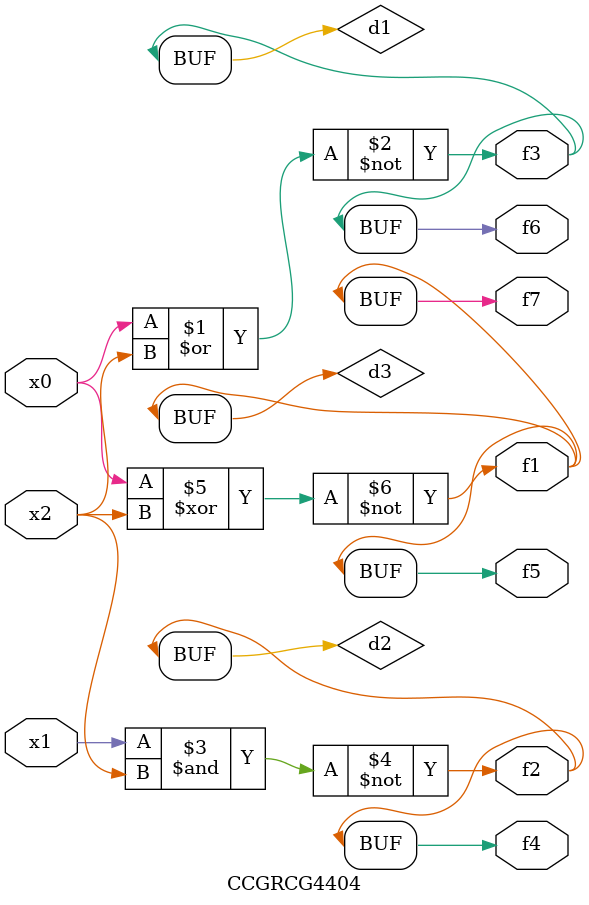
<source format=v>
module CCGRCG4404(
	input x0, x1, x2,
	output f1, f2, f3, f4, f5, f6, f7
);

	wire d1, d2, d3;

	nor (d1, x0, x2);
	nand (d2, x1, x2);
	xnor (d3, x0, x2);
	assign f1 = d3;
	assign f2 = d2;
	assign f3 = d1;
	assign f4 = d2;
	assign f5 = d3;
	assign f6 = d1;
	assign f7 = d3;
endmodule

</source>
